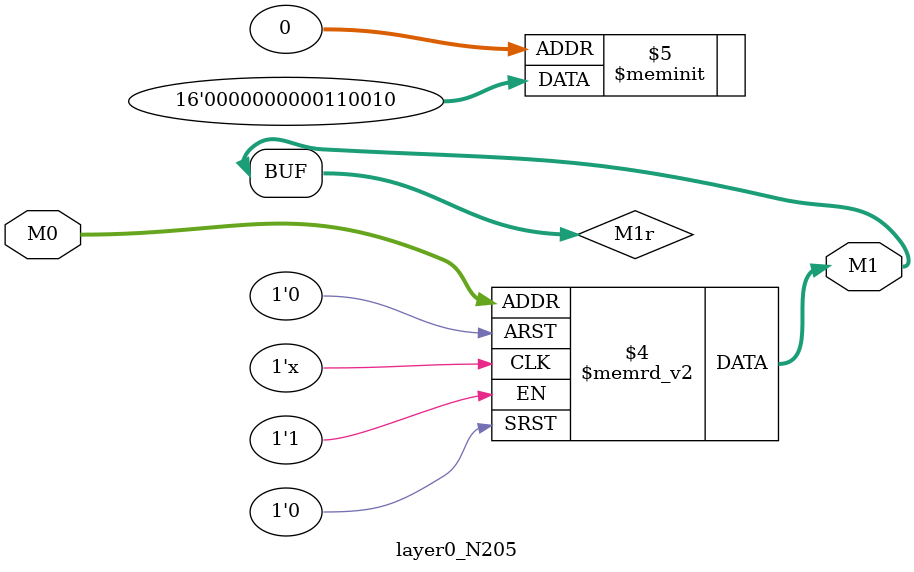
<source format=v>
module layer0_N205 ( input [2:0] M0, output [1:0] M1 );

	(*rom_style = "distributed" *) reg [1:0] M1r;
	assign M1 = M1r;
	always @ (M0) begin
		case (M0)
			3'b000: M1r = 2'b10;
			3'b100: M1r = 2'b00;
			3'b010: M1r = 2'b11;
			3'b110: M1r = 2'b00;
			3'b001: M1r = 2'b00;
			3'b101: M1r = 2'b00;
			3'b011: M1r = 2'b00;
			3'b111: M1r = 2'b00;

		endcase
	end
endmodule

</source>
